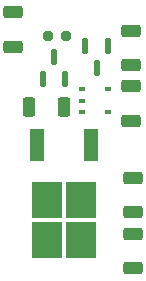
<source format=gtp>
G04 #@! TF.GenerationSoftware,KiCad,Pcbnew,6.0.10*
G04 #@! TF.CreationDate,2023-01-08T03:35:34+01:00*
G04 #@! TF.ProjectId,ideal_diode,69646561-6c5f-4646-996f-64652e6b6963,rev?*
G04 #@! TF.SameCoordinates,Original*
G04 #@! TF.FileFunction,Paste,Top*
G04 #@! TF.FilePolarity,Positive*
%FSLAX46Y46*%
G04 Gerber Fmt 4.6, Leading zero omitted, Abs format (unit mm)*
G04 Created by KiCad (PCBNEW 6.0.10) date 2023-01-08 03:35:34*
%MOMM*%
%LPD*%
G01*
G04 APERTURE LIST*
G04 Aperture macros list*
%AMRoundRect*
0 Rectangle with rounded corners*
0 $1 Rounding radius*
0 $2 $3 $4 $5 $6 $7 $8 $9 X,Y pos of 4 corners*
0 Add a 4 corners polygon primitive as box body*
4,1,4,$2,$3,$4,$5,$6,$7,$8,$9,$2,$3,0*
0 Add four circle primitives for the rounded corners*
1,1,$1+$1,$2,$3*
1,1,$1+$1,$4,$5*
1,1,$1+$1,$6,$7*
1,1,$1+$1,$8,$9*
0 Add four rect primitives between the rounded corners*
20,1,$1+$1,$2,$3,$4,$5,0*
20,1,$1+$1,$4,$5,$6,$7,0*
20,1,$1+$1,$6,$7,$8,$9,0*
20,1,$1+$1,$8,$9,$2,$3,0*%
G04 Aperture macros list end*
%ADD10RoundRect,0.200000X0.625000X-0.312500X0.625000X0.312500X-0.625000X0.312500X-0.625000X-0.312500X0*%
%ADD11RoundRect,0.200000X-0.625000X0.312500X-0.625000X-0.312500X0.625000X-0.312500X0.625000X0.312500X0*%
%ADD12R,0.500000X0.300000*%
%ADD13RoundRect,0.200000X0.312500X0.625000X-0.312500X0.625000X-0.312500X-0.625000X0.312500X-0.625000X0*%
%ADD14RoundRect,0.100000X0.150000X-0.587500X0.150000X0.587500X-0.150000X0.587500X-0.150000X-0.587500X0*%
%ADD15RoundRect,0.175000X0.225000X0.250000X-0.225000X0.250000X-0.225000X-0.250000X0.225000X-0.250000X0*%
%ADD16R,2.625000X3.100000*%
%ADD17R,1.150000X2.750000*%
%ADD18RoundRect,0.100000X-0.150000X0.587500X-0.150000X-0.587500X0.150000X-0.587500X0.150000X0.587500X0*%
G04 APERTURE END LIST*
D10*
X35799770Y-39712500D03*
X35799770Y-36787500D03*
D11*
X25700000Y-22775000D03*
X25700000Y-25700000D03*
D12*
X31499770Y-29329770D03*
X31499770Y-30279770D03*
X31499770Y-31229770D03*
X33699770Y-31229770D03*
X33699770Y-29329770D03*
D11*
X35699770Y-24354770D03*
X35699770Y-27279770D03*
D13*
X29999770Y-30779770D03*
X27074770Y-30779770D03*
D14*
X28217270Y-28442270D03*
X30117270Y-28442270D03*
X29167270Y-26567270D03*
D15*
X30200000Y-24800000D03*
X28650000Y-24800000D03*
D16*
X31449770Y-42104770D03*
X31449770Y-38704770D03*
X28524770Y-38704770D03*
X28524770Y-42104770D03*
D17*
X32267270Y-34004770D03*
X27707270Y-34004770D03*
D10*
X35799770Y-44462500D03*
X35799770Y-41537500D03*
D11*
X35699770Y-29054770D03*
X35699770Y-31979770D03*
D18*
X33717270Y-25667270D03*
X31817270Y-25667270D03*
X32767270Y-27542270D03*
M02*

</source>
